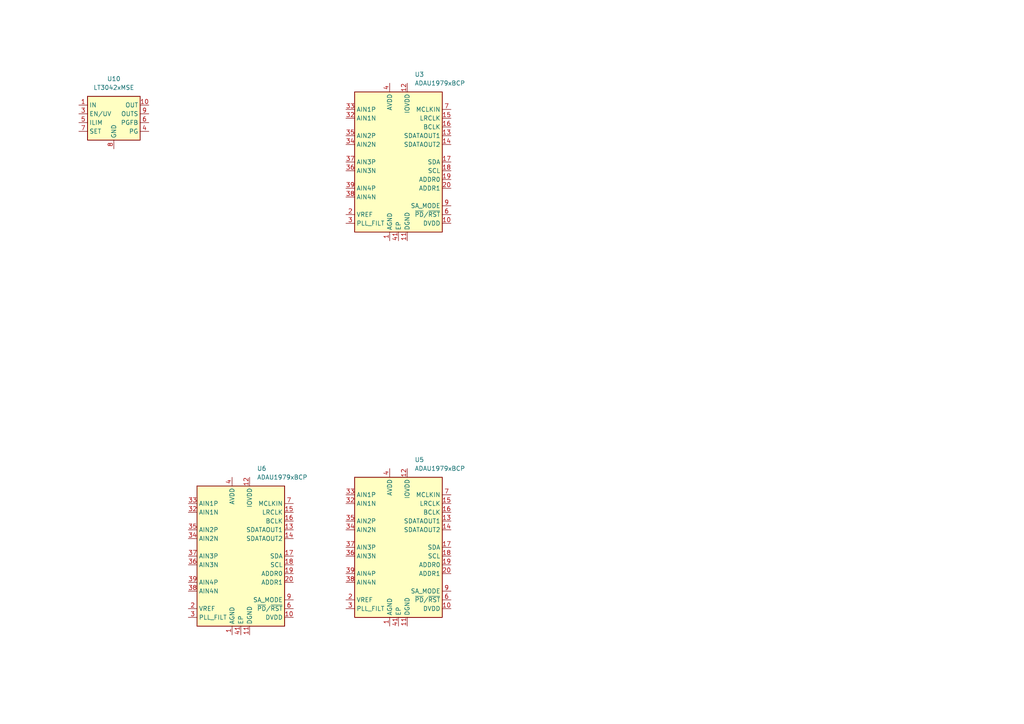
<source format=kicad_sch>
(kicad_sch (version 20250114) (generator "eeschema") (generator_version "9.0")
  (paper "A4")
  (lib_symbols
    (symbol "Audio:ADAU1979xBCP"
      (property "Reference" "U" (at 12.7 25.4 0))
      (property "Value" "ADAU1979xBCP" (at 12.7 22.86 0))
      (symbol "ADAU1979xBCP_0_1"
        (rectangle (start -12.7 20.32) (end 12.7 -20.32) (stroke (width 0.254)) (fill (type background)))
      )
      (symbol "ADAU1979xBCP_1_1"
        (pin input line (at -15.24 15.24 0) (length 2.54) (name "AIN1P") (number "33"))
        (pin input line (at -15.24 12.7 0) (length 2.54) (name "AIN1N") (number "32"))
        (pin input line (at -15.24 7.62 0) (length 2.54) (name "AIN2P") (number "35"))
        (pin input line (at -15.24 5.08 0) (length 2.54) (name "AIN2N") (number "34"))
        (pin input line (at -15.24 0 0) (length 2.54) (name "AIN3P") (number "37"))
        (pin input line (at -15.24 -2.54 0) (length 2.54) (name "AIN3N") (number "36"))
        (pin input line (at -15.24 -7.62 0) (length 2.54) (name "AIN4P") (number "39"))
        (pin input line (at -15.24 -10.16 0) (length 2.54) (name "AIN4N") (number "38"))
        (pin output line (at -15.24 -15.24 0) (length 2.54) (name "VREF") (number "2"))
        (pin output line (at -15.24 -17.78 0) (length 2.54) (name "PLL_FILT") (number "3"))
        (pin no_connect line (at -10.16 -20.32 90) (length 2.54) (hide yes) (name "NC") (number "23"))
        (pin no_connect line (at -7.62 -20.32 90) (length 2.54) (hide yes) (name "NC") (number "24"))
        (pin no_connect line (at -5.08 -20.32 90) (length 2.54) (hide yes) (name "NC") (number "25"))
        (pin passive line (at -2.54 22.86 270) (length 2.54) (hide yes) (name "AVDD") (number "31"))
        (pin power_in line (at -2.54 22.86 270) (length 2.54) (name "AVDD") (number "4"))
        (pin passive line (at -2.54 22.86 270) (length 2.54) (hide yes) (name "AVDD") (number "40"))
        (pin power_in line (at -2.54 -22.86 90) (length 2.54) (name "AGND") (number "1"))
        (pin passive line (at -2.54 -22.86 90) (length 2.54) (hide yes) (name "AGND") (number "21"))
        (pin passive line (at -2.54 -22.86 90) (length 2.54) (hide yes) (name "AGND") (number "22"))
        (pin passive line (at -2.54 -22.86 90) (length 2.54) (hide yes) (name "AGND") (number "28"))
        (pin passive line (at -2.54 -22.86 90) (length 2.54) (hide yes) (name "AGND") (number "29"))
        (pin passive line (at -2.54 -22.86 90) (length 2.54) (hide yes) (name "AGND") (number "5"))
        (pin power_in line (at 0 -22.86 90) (length 2.54) (name "EP") (number "41"))
        (pin power_in line (at 2.54 22.86 270) (length 2.54) (name "IOVDD") (number "12"))
        (pin power_in line (at 2.54 -22.86 90) (length 2.54) (name "DGND") (number "11"))
        (pin no_connect line (at 5.08 -20.32 90) (length 2.54) (hide yes) (name "NC") (number "26"))
        (pin no_connect line (at 7.62 -20.32 90) (length 2.54) (hide yes) (name "NC") (number "27"))
        (pin no_connect line (at 10.16 -20.32 90) (length 2.54) (hide yes) (name "NC") (number "30"))
        (pin no_connect line (at 12.7 17.78 180) (length 2.54) (hide yes) (name "NC") (number "8"))
        (pin input line (at 15.24 15.24 180) (length 2.54) (name "MCLKIN") (number "7"))
        (pin bidirectional line (at 15.24 12.7 180) (length 2.54) (name "LRCLK") (number "15"))
        (pin bidirectional line (at 15.24 10.16 180) (length 2.54) (name "BCLK") (number "16"))
        (pin output line (at 15.24 7.62 180) (length 2.54) (name "SDATAOUT1") (number "13"))
        (pin output line (at 15.24 5.08 180) (length 2.54) (name "SDATAOUT2") (number "14"))
        (pin bidirectional line (at 15.24 0 180) (length 2.54) (name "SDA") (number "17"))
        (pin input line (at 15.24 -2.54 180) (length 2.54) (name "SCL") (number "18"))
        (pin input line (at 15.24 -5.08 180) (length 2.54) (name "ADDR0") (number "19"))
        (pin input line (at 15.24 -7.62 180) (length 2.54) (name "ADDR1") (number "20"))
        (pin input line (at 15.24 -12.7 180) (length 2.54) (name "SA_MODE") (number "9"))
        (pin input line (at 15.24 -15.24 180) (length 2.54) (name "~{PD}/~{RST}") (number "6"))
        (pin power_out line (at 15.24 -17.78 180) (length 2.54) (name "DVDD") (number "10"))
      )
    )
    (symbol "Regulator_Linear:LT3042xMSE"
      (property "Reference" "U" (at -6.35 6.35 0))
      (property "Value" "LT3042xMSE" (at 1.27 6.35 0))
      (symbol "LT3042xMSE_0_1"
        (rectangle (start -7.62 5.08) (end 7.62 -7.62) (stroke (width 0.254)) (fill (type background)))
      )
      (symbol "LT3042xMSE_1_1"
        (pin power_in line (at -10.16 2.54 0) (length 2.54) (name "IN") (number "1"))
        (pin passive line (at -10.16 2.54 0) (length 2.54) (hide yes) (name "IN") (number "2"))
        (pin input line (at -10.16 0 0) (length 2.54) (name "EN/UV") (number "3"))
        (pin passive line (at -10.16 -2.54 0) (length 2.54) (name "ILIM") (number "5"))
        (pin passive line (at -10.16 -5.08 0) (length 2.54) (name "SET") (number "7"))
        (pin passive line (at 0 -10.16 90) (length 2.54) (hide yes) (name "GND") (number "11"))
        (pin power_in line (at 0 -10.16 90) (length 2.54) (name "GND") (number "8"))
        (pin power_out line (at 10.16 2.54 180) (length 2.54) (name "OUT") (number "10"))
        (pin input line (at 10.16 0 180) (length 2.54) (name "OUTS") (number "9"))
        (pin input line (at 10.16 -2.54 180) (length 2.54) (name "PGFB") (number "6"))
        (pin open_collector line (at 10.16 -5.08 180) (length 2.54) (name "PG") (number "4"))
      )
    )
  )
  (symbol (lib_id "Audio:ADAU1979xBCP") (at 115.57 46.99 0) (unit 1)
    (property "Reference" "U3" (at 120.2533 21.59 0) (effects (justify left)))
    (property "Value" "ADAU1979xBCP" (at 120.2533 24.13 0) (effects (justify left)))
    (property "Footprint" "Package_CSP:LFCSP-40-1EP_6x6mm_P0.5mm_EP3.9x3.9mm" (effects (hide yes)))
    (property "Datasheet" "https://www.analog.com/media/en/technical-documentation/data-sheets/ADAU1979.pdf" (effects (hide yes)))
    (property "Description" "Quad Analog-to-Digital Converter, 4.5Vrms differential inputs, LFCSP-40" (effects (hide yes)))
  )
  (symbol (lib_id "Audio:ADAU1979xBCP") (at 115.57 158.75 0) (unit 1)
    (property "Reference" "U5" (at 120.2533 133.35 0) (effects (justify left)))
    (property "Value" "ADAU1979xBCP" (at 120.2533 135.89 0) (effects (justify left)))
    (property "Footprint" "Package_CSP:LFCSP-40-1EP_6x6mm_P0.5mm_EP3.9x3.9mm" (effects (hide yes)))
    (property "Datasheet" "https://www.analog.com/media/en/technical-documentation/data-sheets/ADAU1979.pdf" (effects (hide yes)))
    (property "Description" "Quad Analog-to-Digital Converter, 4.5Vrms differential inputs, LFCSP-40" (effects (hide yes)))
  )
  (symbol (lib_id "Audio:ADAU1979xBCP") (at 69.85 161.29 0) (unit 1)
    (property "Reference" "U6" (at 74.5333 135.89 0) (effects (justify left)))
    (property "Value" "ADAU1979xBCP" (at 74.5333 138.43 0) (effects (justify left)))
    (property "Footprint" "Package_CSP:LFCSP-40-1EP_6x6mm_P0.5mm_EP3.9x3.9mm" (effects (hide yes)))
    (property "Datasheet" "https://www.analog.com/media/en/technical-documentation/data-sheets/ADAU1979.pdf" (effects (hide yes)))
    (property "Description" "Quad Analog-to-Digital Converter, 4.5Vrms differential inputs, LFCSP-40" (effects (hide yes)))
  )
  (symbol (lib_id "Regulator_Linear:LT3042xMSE") (at 33.02 33.02 0) (unit 1)
    (property "Reference" "U10" (at 33.02 22.86 0))
    (property "Value" "LT3042xMSE" (at 33.02 25.4 0))
    (property "Footprint" "Package_SO:MSOP-10-1EP_3x3mm_P0.5mm_EP1.68x1.88mm" (effects (hide yes)))
    (property "Datasheet" "https://www.analog.com/media/en/technical-documentation/data-sheets/3042fb.pdf" (effects (hide yes)))
    (property "Description" "200mA, Adjustable, Ultralow Noise, Ultrahigh PSRR RF Linear Regulator, MSOP-10" (effects (hide yes)))
  )
)
</source>
